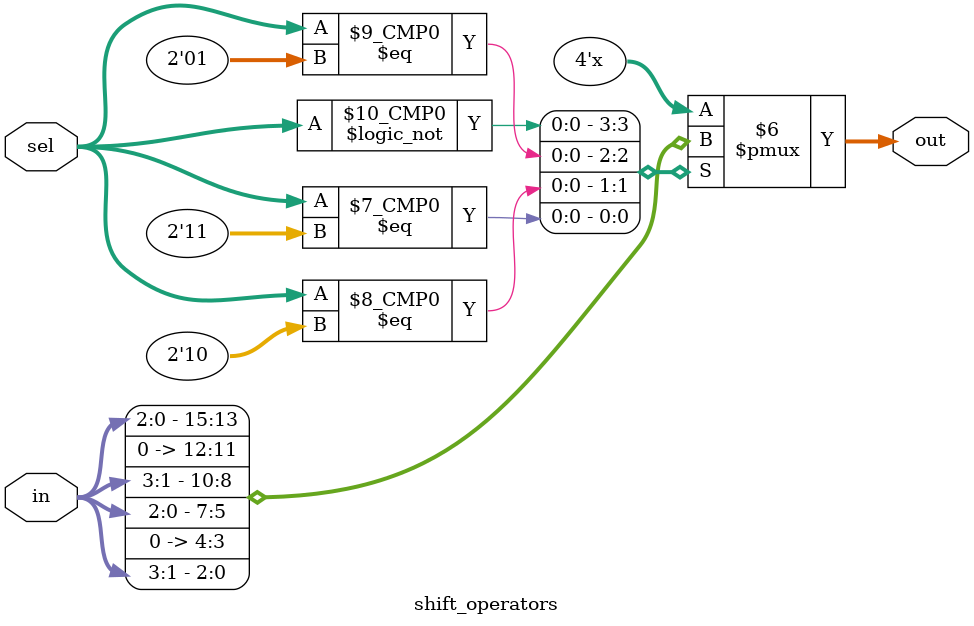
<source format=v>

module shift_operators ( in, sel, out );

input [3:0] in;
input [1:0] sel;
output reg [3:0] out;
wire [3:0] in;
wire [1:0] sel;

always @ (in or sel)
begin
case ( sel )
  2'b00 : out = in << 1;  //Logical left shift
  2'b01 : out = in >> 1;  //Logical right shift
  2'b10 : out = in <<< 1; //Arithmetic left shift
  2'b11 : out = in >>> 1; //Arithmetic right shift
default : out = 4'b0000;
endcase
end
endmodule

</source>
